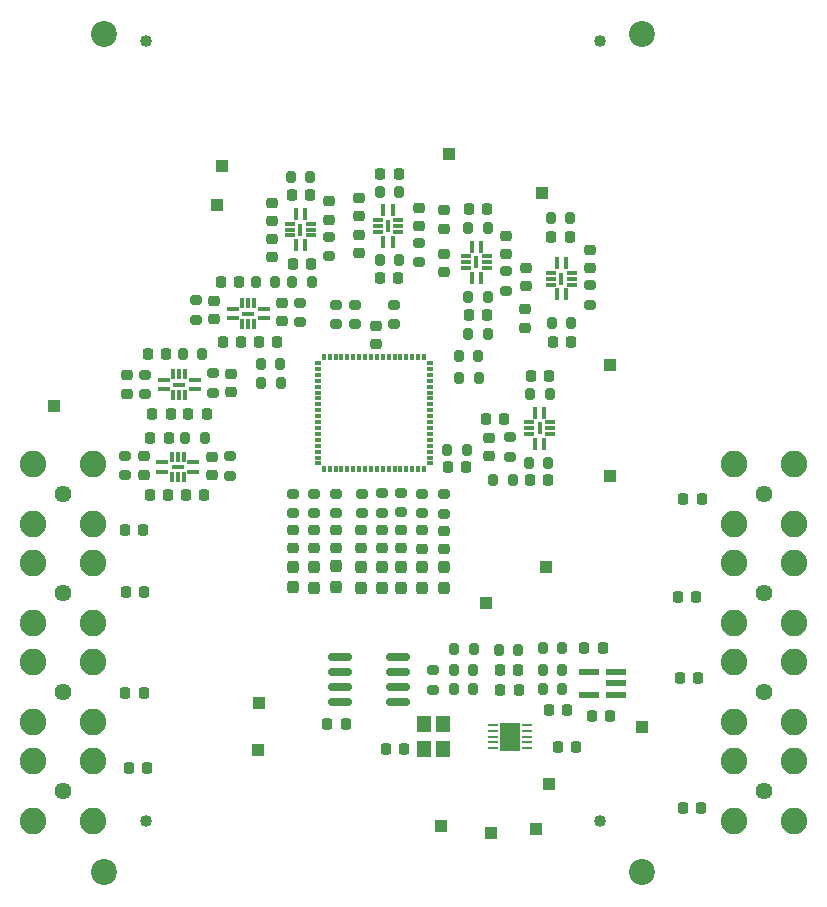
<source format=gts>
%TF.GenerationSoftware,KiCad,Pcbnew,8.0.5*%
%TF.CreationDate,2025-03-25T15:29:15-05:00*%
%TF.ProjectId,PSEC5_Board,50534543-355f-4426-9f61-72642e6b6963,rev?*%
%TF.SameCoordinates,Original*%
%TF.FileFunction,Soldermask,Top*%
%TF.FilePolarity,Negative*%
%FSLAX46Y46*%
G04 Gerber Fmt 4.6, Leading zero omitted, Abs format (unit mm)*
G04 Created by KiCad (PCBNEW 8.0.5) date 2025-03-25 15:29:15*
%MOMM*%
%LPD*%
G01*
G04 APERTURE LIST*
G04 Aperture macros list*
%AMRoundRect*
0 Rectangle with rounded corners*
0 $1 Rounding radius*
0 $2 $3 $4 $5 $6 $7 $8 $9 X,Y pos of 4 corners*
0 Add a 4 corners polygon primitive as box body*
4,1,4,$2,$3,$4,$5,$6,$7,$8,$9,$2,$3,0*
0 Add four circle primitives for the rounded corners*
1,1,$1+$1,$2,$3*
1,1,$1+$1,$4,$5*
1,1,$1+$1,$6,$7*
1,1,$1+$1,$8,$9*
0 Add four rect primitives between the rounded corners*
20,1,$1+$1,$2,$3,$4,$5,0*
20,1,$1+$1,$4,$5,$6,$7,0*
20,1,$1+$1,$6,$7,$8,$9,0*
20,1,$1+$1,$8,$9,$2,$3,0*%
G04 Aperture macros list end*
%ADD10RoundRect,0.225000X-0.250000X0.225000X-0.250000X-0.225000X0.250000X-0.225000X0.250000X0.225000X0*%
%ADD11RoundRect,0.225000X-0.225000X-0.250000X0.225000X-0.250000X0.225000X0.250000X-0.225000X0.250000X0*%
%ADD12R,1.000000X1.000000*%
%ADD13RoundRect,0.225000X0.225000X0.250000X-0.225000X0.250000X-0.225000X-0.250000X0.225000X-0.250000X0*%
%ADD14RoundRect,0.200000X-0.275000X0.200000X-0.275000X-0.200000X0.275000X-0.200000X0.275000X0.200000X0*%
%ADD15RoundRect,0.200000X-0.200000X-0.275000X0.200000X-0.275000X0.200000X0.275000X-0.200000X0.275000X0*%
%ADD16RoundRect,0.200000X0.275000X-0.200000X0.275000X0.200000X-0.275000X0.200000X-0.275000X-0.200000X0*%
%ADD17RoundRect,0.200000X0.200000X0.275000X-0.200000X0.275000X-0.200000X-0.275000X0.200000X-0.275000X0*%
%ADD18R,1.805236X0.612132*%
%ADD19R,0.300000X1.009300*%
%ADD20R,0.299974X1.004824*%
%ADD21R,0.914400X0.304800*%
%ADD22R,0.349758X0.999998*%
%ADD23C,1.440000*%
%ADD24C,2.250000*%
%ADD25RoundRect,0.237500X-0.237500X0.287500X-0.237500X-0.287500X0.237500X-0.287500X0.237500X0.287500X0*%
%ADD26R,1.009300X0.300000*%
%ADD27R,1.004824X0.299974*%
%ADD28R,0.304800X0.914400*%
%ADD29R,0.999998X0.349758*%
%ADD30C,2.200000*%
%ADD31RoundRect,0.225000X0.250000X-0.225000X0.250000X0.225000X-0.250000X0.225000X-0.250000X-0.225000X0*%
%ADD32RoundRect,0.102000X0.500000X0.600000X-0.500000X0.600000X-0.500000X-0.600000X0.500000X-0.600000X0*%
%ADD33R,0.500000X0.300000*%
%ADD34R,0.300000X0.500000*%
%ADD35RoundRect,0.150000X0.825000X0.150000X-0.825000X0.150000X-0.825000X-0.150000X0.825000X-0.150000X0*%
%ADD36R,0.812800X0.254000*%
%ADD37R,1.752600X2.489200*%
%ADD38C,1.020000*%
G04 APERTURE END LIST*
D10*
%TO.C,C85*%
X132964300Y-82225000D03*
X132964300Y-83775000D03*
%TD*%
D11*
%TO.C,C90*%
X127714300Y-85475000D03*
X129264300Y-85475000D03*
%TD*%
D12*
%TO.C,READCLK*%
X133350000Y-60925000D03*
%TD*%
D13*
%TO.C,C104*%
X166675000Y-104150000D03*
X165125000Y-104150000D03*
%TD*%
D14*
%TO.C,R55*%
X164950000Y-67675000D03*
X164950000Y-69325000D03*
%TD*%
D10*
%TO.C,C21*%
X150752071Y-88427071D03*
X150752071Y-89977071D03*
%TD*%
D15*
%TO.C,R34*%
X159800000Y-82700000D03*
X161450000Y-82700000D03*
%TD*%
D16*
%TO.C,R54*%
X147400000Y-86950000D03*
X147400000Y-85300000D03*
%TD*%
D17*
%TO.C,R38*%
X161550000Y-76900000D03*
X159900000Y-76900000D03*
%TD*%
D18*
%TO.C,U4*%
X167150000Y-102350001D03*
X167150000Y-101400000D03*
X167150000Y-100449999D03*
X164849034Y-100449999D03*
X164849034Y-102350001D03*
%TD*%
D17*
%TO.C,R36*%
X155550000Y-75550000D03*
X153900000Y-75550000D03*
%TD*%
D13*
%TO.C,C28*%
X127175000Y-102200000D03*
X125625000Y-102200000D03*
%TD*%
D17*
%TO.C,R26*%
X156325000Y-62810700D03*
X154675000Y-62810700D03*
%TD*%
D19*
%TO.C,IC2*%
X154975000Y-67039650D03*
D20*
X155774999Y-67041812D03*
D21*
X156251300Y-66224999D03*
X156251300Y-65725000D03*
X156251300Y-65225001D03*
D20*
X155774999Y-64408188D03*
X154975001Y-64408188D03*
D21*
X154498700Y-65225001D03*
X154498700Y-65725000D03*
X154498700Y-66224999D03*
D22*
X155350000Y-65725000D03*
%TD*%
D14*
%TO.C,R37*%
X145050000Y-69350000D03*
X145050000Y-71000000D03*
%TD*%
D23*
%TO.C,J8*%
X120375000Y-85375000D03*
D24*
X122915000Y-82835000D03*
X117835000Y-82835000D03*
X122915000Y-87915000D03*
X117835000Y-87915000D03*
%TD*%
D12*
%TO.C,TP3*%
X156125000Y-94600000D03*
%TD*%
D10*
%TO.C,C25*%
X147400000Y-88425000D03*
X147400000Y-89975000D03*
%TD*%
D23*
%TO.C,J11*%
X179700000Y-85375000D03*
D24*
X177160000Y-87915000D03*
X182240000Y-87915000D03*
X177160000Y-82835000D03*
X182240000Y-82835000D03*
%TD*%
D16*
%TO.C,R48*%
X133084444Y-76774999D03*
X133084444Y-75124999D03*
%TD*%
D10*
%TO.C,C3*%
X152625000Y-88475000D03*
X152625000Y-90025000D03*
%TD*%
D12*
%TO.C,ADC_SDO*%
X156550000Y-114100000D03*
%TD*%
D15*
%TO.C,R2*%
X152875000Y-81600000D03*
X154525000Y-81600000D03*
%TD*%
D11*
%TO.C,C70*%
X159950000Y-75400000D03*
X161500000Y-75400000D03*
%TD*%
D12*
%TO.C,PED1*%
X161275000Y-91550000D03*
%TD*%
D16*
%TO.C,R19*%
X148950000Y-86925000D03*
X148950000Y-85275000D03*
%TD*%
D12*
%TO.C,ADC_SDI*%
X161500000Y-109950000D03*
%TD*%
D16*
%TO.C,R60*%
X141625000Y-87000000D03*
X141625000Y-85350000D03*
%TD*%
D25*
%TO.C,L4*%
X147400000Y-91550000D03*
X147400000Y-93300000D03*
%TD*%
D17*
%TO.C,R40*%
X158450000Y-84200000D03*
X156800000Y-84200000D03*
%TD*%
%TO.C,R30*%
X148825000Y-59808188D03*
X147175000Y-59808188D03*
%TD*%
D16*
%TO.C,R44*%
X140458189Y-70801301D03*
X140458189Y-69151301D03*
%TD*%
D10*
%TO.C,C38*%
X164950000Y-64700000D03*
X164950000Y-66250000D03*
%TD*%
D26*
%TO.C,IC7*%
X131513394Y-76474999D03*
D27*
X131515556Y-75675000D03*
D28*
X130698743Y-75198699D03*
X130198744Y-75198699D03*
X129698745Y-75198699D03*
D27*
X128881932Y-75675000D03*
X128881932Y-76474998D03*
D28*
X129698745Y-76951299D03*
X130198744Y-76951299D03*
X130698743Y-76951299D03*
D29*
X130198744Y-76099999D03*
%TD*%
D10*
%TO.C,C29*%
X143425000Y-88400000D03*
X143425000Y-89950000D03*
%TD*%
D13*
%TO.C,C36*%
X163348699Y-72525000D03*
X161798699Y-72525000D03*
%TD*%
D11*
%TO.C,C22*%
X172575000Y-100950000D03*
X174125000Y-100950000D03*
%TD*%
D19*
%TO.C,IC4*%
X161100000Y-78485350D03*
D20*
X160300001Y-78483188D03*
D21*
X159823700Y-79300001D03*
X159823700Y-79800000D03*
X159823700Y-80299999D03*
D20*
X160300001Y-81116812D03*
X161099999Y-81116812D03*
D21*
X161576300Y-80299999D03*
X161576300Y-79800000D03*
X161576300Y-79300001D03*
D22*
X160725000Y-79800000D03*
%TD*%
D12*
%TO.C,THRESH1*%
X166700000Y-83825000D03*
%TD*%
D30*
%TO.C,H3*%
X123825000Y-117400000D03*
%TD*%
D25*
%TO.C,L8*%
X139825000Y-91525000D03*
X139825000Y-93275000D03*
%TD*%
D11*
%TO.C,C93*%
X147704400Y-106975000D03*
X149254400Y-106975000D03*
%TD*%
D13*
%TO.C,C79*%
X129059444Y-73549999D03*
X127509444Y-73549999D03*
%TD*%
%TO.C,C74*%
X138458189Y-72501301D03*
X136908189Y-72501301D03*
%TD*%
D12*
%TO.C,ADC_SDK*%
X160425000Y-113725000D03*
%TD*%
D13*
%TO.C,C32*%
X127150000Y-88425000D03*
X125600000Y-88425000D03*
%TD*%
D23*
%TO.C,J2*%
X179700000Y-93765000D03*
D24*
X177160000Y-96305000D03*
X182240000Y-96305000D03*
X177160000Y-91225000D03*
X182240000Y-91225000D03*
%TD*%
D15*
%TO.C,R23*%
X161748699Y-70850000D03*
X163398699Y-70850000D03*
%TD*%
D14*
%TO.C,R14*%
X142900001Y-63583188D03*
X142900001Y-65233188D03*
%TD*%
D23*
%TO.C,J6*%
X120350000Y-102140000D03*
D24*
X122890000Y-99600000D03*
X117810000Y-99600000D03*
X122890000Y-104680000D03*
X117810000Y-104680000D03*
%TD*%
D13*
%TO.C,C92*%
X158875000Y-100225000D03*
X157325000Y-100225000D03*
%TD*%
D15*
%TO.C,R77*%
X157225000Y-98550000D03*
X158875000Y-98550000D03*
%TD*%
D16*
%TO.C,R17*%
X150752071Y-86977071D03*
X150752071Y-85327071D03*
%TD*%
D31*
%TO.C,C61*%
X142900001Y-62133188D03*
X142900001Y-60583188D03*
%TD*%
D32*
%TO.C,Y1*%
X152554400Y-106925000D03*
X152554400Y-104825000D03*
X150904400Y-104825000D03*
X150904400Y-106925000D03*
%TD*%
D11*
%TO.C,C2*%
X172875000Y-85775000D03*
X174425000Y-85775000D03*
%TD*%
D17*
%TO.C,R22*%
X155505000Y-73675000D03*
X153855000Y-73675000D03*
%TD*%
D16*
%TO.C,R52*%
X134489300Y-83825000D03*
X134489300Y-82175000D03*
%TD*%
D14*
%TO.C,R18*%
X158225000Y-80575000D03*
X158225000Y-82225000D03*
%TD*%
D11*
%TO.C,C45*%
X154725000Y-61260700D03*
X156275000Y-61260700D03*
%TD*%
D10*
%TO.C,C37*%
X156425000Y-80625000D03*
X156425000Y-82175000D03*
%TD*%
%TO.C,C23*%
X148950000Y-88425000D03*
X148950000Y-89975000D03*
%TD*%
D15*
%TO.C,R1*%
X153475000Y-98500000D03*
X155125000Y-98500000D03*
%TD*%
D30*
%TO.C,H2*%
X169400000Y-46450000D03*
%TD*%
D12*
%TO.C,INTEGRATOR*%
X169350000Y-105125000D03*
%TD*%
D13*
%TO.C,C60*%
X141375001Y-65858188D03*
X139825001Y-65858188D03*
%TD*%
D10*
%TO.C,C39*%
X159498699Y-69725000D03*
X159498699Y-71275000D03*
%TD*%
D13*
%TO.C,C86*%
X129289300Y-80650000D03*
X127739300Y-80650000D03*
%TD*%
D14*
%TO.C,R59*%
X157875000Y-66485700D03*
X157875000Y-68135700D03*
%TD*%
D15*
%TO.C,R76*%
X160950000Y-100225000D03*
X162600000Y-100225000D03*
%TD*%
%TO.C,R51*%
X137125000Y-75925000D03*
X138775000Y-75925000D03*
%TD*%
D14*
%TO.C,R31*%
X148350000Y-69325000D03*
X148350000Y-70975000D03*
%TD*%
D15*
%TO.C,R32*%
X147150000Y-65558188D03*
X148800000Y-65558188D03*
%TD*%
D10*
%TO.C,C27*%
X145600000Y-88425000D03*
X145600000Y-89975000D03*
%TD*%
D13*
%TO.C,C68*%
X161400000Y-84200000D03*
X159850000Y-84200000D03*
%TD*%
D12*
%TO.C,CLK_OUT*%
X136900000Y-107025000D03*
%TD*%
D13*
%TO.C,C26*%
X127500000Y-108550000D03*
X125950000Y-108550000D03*
%TD*%
D25*
%TO.C,L1*%
X152650000Y-91550000D03*
X152650000Y-93300000D03*
%TD*%
D11*
%TO.C,C1*%
X157375000Y-101925000D03*
X158925000Y-101925000D03*
%TD*%
D14*
%TO.C,R43*%
X143500000Y-69350000D03*
X143500000Y-71000000D03*
%TD*%
D10*
%TO.C,C78*%
X134609444Y-75174999D03*
X134609444Y-76724999D03*
%TD*%
D11*
%TO.C,C35*%
X161698699Y-63600000D03*
X163248699Y-63600000D03*
%TD*%
%TO.C,C83*%
X127909444Y-78574999D03*
X129459444Y-78574999D03*
%TD*%
D31*
%TO.C,C66*%
X133133189Y-70576301D03*
X133133189Y-69026301D03*
%TD*%
D10*
%TO.C,C56*%
X145400000Y-63408188D03*
X145400000Y-64958188D03*
%TD*%
D15*
%TO.C,R73*%
X153450000Y-100275000D03*
X155100000Y-100275000D03*
%TD*%
D12*
%TO.C,TRIGGERIN*%
X119575000Y-77900000D03*
%TD*%
D25*
%TO.C,L3*%
X149000000Y-91550000D03*
X149000000Y-93300000D03*
%TD*%
D13*
%TO.C,C46*%
X156250000Y-70210700D03*
X154700000Y-70210700D03*
%TD*%
D31*
%TO.C,C62*%
X138050001Y-65333188D03*
X138050001Y-63783188D03*
%TD*%
D13*
%TO.C,C30*%
X127250000Y-93650000D03*
X125700000Y-93650000D03*
%TD*%
D25*
%TO.C,L6*%
X143425000Y-91500000D03*
X143425000Y-93250000D03*
%TD*%
D13*
%TO.C,C53*%
X148750000Y-67083188D03*
X147200000Y-67083188D03*
%TD*%
D25*
%TO.C,L2*%
X150752071Y-91552071D03*
X150752071Y-93302071D03*
%TD*%
D14*
%TO.C,R64*%
X150475000Y-64083188D03*
X150475000Y-65733188D03*
%TD*%
D15*
%TO.C,R78*%
X160950000Y-101875000D03*
X162600000Y-101875000D03*
%TD*%
D23*
%TO.C,J5*%
X120350000Y-110490000D03*
D24*
X122890000Y-113030000D03*
X122890000Y-107950000D03*
X117810000Y-113030000D03*
X117810000Y-107950000D03*
%TD*%
D19*
%TO.C,IC1*%
X162149999Y-68439650D03*
D20*
X162949998Y-68441812D03*
D21*
X163426299Y-67624999D03*
X163426299Y-67125000D03*
X163426299Y-66625001D03*
D20*
X162949998Y-65808188D03*
X162150000Y-65808188D03*
D21*
X161673699Y-66625001D03*
X161673699Y-67125000D03*
X161673699Y-67624999D03*
D22*
X162524999Y-67125000D03*
%TD*%
D13*
%TO.C,C81*%
X132514444Y-78579999D03*
X130964444Y-78579999D03*
%TD*%
D31*
%TO.C,C84*%
X127169300Y-83725000D03*
X127169300Y-82175000D03*
%TD*%
D16*
%TO.C,R58*%
X143425000Y-86975000D03*
X143425000Y-85325000D03*
%TD*%
D14*
%TO.C,R50*%
X125639300Y-82125000D03*
X125639300Y-83775000D03*
%TD*%
D19*
%TO.C,IC3*%
X147474999Y-63989650D03*
D20*
X148274998Y-63991812D03*
D21*
X148751299Y-63174999D03*
X148751299Y-62675000D03*
X148751299Y-62175001D03*
D20*
X148274998Y-61358188D03*
X147475000Y-61358188D03*
D21*
X146998699Y-62175001D03*
X146998699Y-62675000D03*
X146998699Y-63174999D03*
D22*
X147849999Y-62675000D03*
%TD*%
D11*
%TO.C,C8*%
X152925000Y-83100000D03*
X154475000Y-83100000D03*
%TD*%
D12*
%TO.C,PSEC5_CLK_OUT*%
X136925000Y-103025000D03*
%TD*%
D11*
%TO.C,C52*%
X147225000Y-58283188D03*
X148775000Y-58283188D03*
%TD*%
D26*
%TO.C,IC6*%
X137339651Y-70476300D03*
D27*
X137341813Y-69676301D03*
D28*
X136525000Y-69200000D03*
X136025001Y-69200000D03*
X135525002Y-69200000D03*
D27*
X134708189Y-69676301D03*
X134708189Y-70476299D03*
D28*
X135525002Y-70952600D03*
X136025001Y-70952600D03*
X136525000Y-70952600D03*
D29*
X136025001Y-70101300D03*
%TD*%
D17*
%TO.C,R74*%
X162625000Y-98375000D03*
X160975000Y-98375000D03*
%TD*%
D14*
%TO.C,R72*%
X151650000Y-100300000D03*
X151650000Y-101950000D03*
%TD*%
D15*
%TO.C,R39*%
X139775001Y-67383188D03*
X141425001Y-67383188D03*
%TD*%
D13*
%TO.C,C69*%
X135258189Y-67376301D03*
X133708189Y-67376301D03*
%TD*%
D10*
%TO.C,C31*%
X141625000Y-88425000D03*
X141625000Y-89975000D03*
%TD*%
D16*
%TO.C,R62*%
X139825000Y-87000000D03*
X139825000Y-85350000D03*
%TD*%
D23*
%TO.C,J4*%
X179695000Y-110490000D03*
D24*
X177155000Y-113030000D03*
X182235000Y-113030000D03*
X177155000Y-107950000D03*
X182235000Y-107950000D03*
%TD*%
D33*
%TO.C,U2*%
X141925000Y-82775000D03*
X141925000Y-82275000D03*
X141925000Y-81775000D03*
X141925000Y-81275000D03*
X141925000Y-80775000D03*
X141925000Y-80275000D03*
X141925000Y-79775000D03*
X141925000Y-79275000D03*
X141925000Y-78775000D03*
X141925000Y-78275000D03*
X141925000Y-77775000D03*
X141925000Y-77275000D03*
X141925000Y-76775000D03*
X141925000Y-76275000D03*
X141925000Y-75775000D03*
X141925000Y-75275000D03*
X141925000Y-74775000D03*
X141925000Y-74275000D03*
D34*
X142425000Y-73775000D03*
X142925000Y-73775000D03*
X143425000Y-73775000D03*
X143925000Y-73775000D03*
X144425000Y-73775000D03*
X144925000Y-73775000D03*
X145425000Y-73775000D03*
X145925000Y-73775000D03*
X146425000Y-73775000D03*
X146925000Y-73775000D03*
X147425000Y-73775000D03*
X147925000Y-73775000D03*
X148425000Y-73775000D03*
X148925000Y-73775000D03*
X149425000Y-73775000D03*
X149925000Y-73775000D03*
X150425000Y-73775000D03*
X150925000Y-73775000D03*
D33*
X151425000Y-74275000D03*
X151425000Y-74775000D03*
X151425000Y-75275000D03*
X151425000Y-75775000D03*
X151425000Y-76275000D03*
X151425000Y-76775000D03*
X151425000Y-77275000D03*
X151425000Y-77775000D03*
X151425000Y-78275000D03*
X151425000Y-78775000D03*
X151425000Y-79275000D03*
X151425000Y-79775000D03*
X151425000Y-80275000D03*
X151425000Y-80775000D03*
X151425000Y-81275000D03*
X151425000Y-81775000D03*
X151425000Y-82275000D03*
X151425000Y-82775000D03*
D34*
X150925000Y-83275000D03*
X150425000Y-83275000D03*
X149925000Y-83275000D03*
X149425000Y-83275000D03*
X148925000Y-83275000D03*
X148425000Y-83275000D03*
X147925000Y-83275000D03*
X147425000Y-83275000D03*
X146925000Y-83275000D03*
X146425000Y-83275000D03*
X145925000Y-83275000D03*
X145425000Y-83275000D03*
X144925000Y-83275000D03*
X144425000Y-83275000D03*
X143925000Y-83275000D03*
X143425000Y-83275000D03*
X142925000Y-83275000D03*
X142425000Y-83275000D03*
%TD*%
D11*
%TO.C,C103*%
X161500000Y-103675000D03*
X163050000Y-103675000D03*
%TD*%
D15*
%TO.C,R28*%
X154650000Y-68660700D03*
X156300000Y-68660700D03*
%TD*%
D16*
%TO.C,R15*%
X152625000Y-87025000D03*
X152625000Y-85375000D03*
%TD*%
D30*
%TO.C,H1*%
X123825000Y-46450000D03*
%TD*%
D10*
%TO.C,C67*%
X138933189Y-69201301D03*
X138933189Y-70751301D03*
%TD*%
%TO.C,C58*%
X145400000Y-60308188D03*
X145400000Y-61858188D03*
%TD*%
D30*
%TO.C,H4*%
X169400000Y-117400000D03*
%TD*%
D14*
%TO.C,R42*%
X131583189Y-68976301D03*
X131583189Y-70626301D03*
%TD*%
D12*
%TO.C,RST*%
X160925000Y-59850000D03*
%TD*%
D11*
%TO.C,C59*%
X139700001Y-60083188D03*
X141250001Y-60083188D03*
%TD*%
D15*
%TO.C,R68*%
X130484444Y-73549999D03*
X132134444Y-73549999D03*
%TD*%
D25*
%TO.C,L5*%
X145600000Y-91550000D03*
X145600000Y-93300000D03*
%TD*%
D15*
%TO.C,R47*%
X137075000Y-74350000D03*
X138725000Y-74350000D03*
%TD*%
D31*
%TO.C,C48*%
X152625000Y-66585700D03*
X152625000Y-65035700D03*
%TD*%
D11*
%TO.C,C94*%
X162254400Y-106775000D03*
X163804400Y-106775000D03*
%TD*%
%TO.C,C20*%
X172425000Y-94100000D03*
X173975000Y-94100000D03*
%TD*%
D12*
%TO.C,TRIGGEROUT*%
X133800000Y-57600000D03*
%TD*%
D23*
%TO.C,J7*%
X120360000Y-93765000D03*
D24*
X122900000Y-91225000D03*
X117820000Y-91225000D03*
X122900000Y-96305000D03*
X117820000Y-96305000D03*
%TD*%
D11*
%TO.C,C75*%
X133883189Y-72501301D03*
X135433189Y-72501301D03*
%TD*%
D15*
%TO.C,R70*%
X130714300Y-80650000D03*
X132364300Y-80650000D03*
%TD*%
D11*
%TO.C,C6*%
X164500000Y-98400000D03*
X166050000Y-98400000D03*
%TD*%
D10*
%TO.C,C65*%
X138050001Y-60733188D03*
X138050001Y-62283188D03*
%TD*%
D26*
%TO.C,IC8*%
X131378950Y-83475000D03*
D27*
X131381112Y-82675001D03*
D28*
X130564299Y-82198700D03*
X130064300Y-82198700D03*
X129564301Y-82198700D03*
D27*
X128747488Y-82675001D03*
X128747488Y-83474999D03*
D28*
X129564301Y-83951300D03*
X130064300Y-83951300D03*
X130564299Y-83951300D03*
D29*
X130064300Y-83100000D03*
%TD*%
D17*
%TO.C,R35*%
X141300001Y-58558188D03*
X139650001Y-58558188D03*
%TD*%
D16*
%TO.C,R56*%
X145625000Y-86975000D03*
X145625000Y-85325000D03*
%TD*%
D31*
%TO.C,C77*%
X125784444Y-76874999D03*
X125784444Y-75324999D03*
%TD*%
D12*
%TO.C,SPICLK*%
X166675000Y-74450000D03*
%TD*%
D14*
%TO.C,R46*%
X127309444Y-75274999D03*
X127309444Y-76924999D03*
%TD*%
D12*
%TO.C,ADC_CNV*%
X152325000Y-113475000D03*
%TD*%
D35*
%TO.C,IC9*%
X148725000Y-102965000D03*
X148725000Y-101695000D03*
X148725000Y-100425000D03*
X148725000Y-99155000D03*
X143775000Y-99155000D03*
X143775000Y-100425000D03*
X143775000Y-101695000D03*
X143775000Y-102965000D03*
%TD*%
D10*
%TO.C,C33*%
X139825000Y-88425000D03*
X139825000Y-89975000D03*
%TD*%
%TO.C,C47*%
X157875000Y-63510700D03*
X157875000Y-65060700D03*
%TD*%
D11*
%TO.C,C72*%
X156150000Y-79000000D03*
X157700000Y-79000000D03*
%TD*%
D31*
%TO.C,C7*%
X146825000Y-72650000D03*
X146825000Y-71100000D03*
%TD*%
D25*
%TO.C,L7*%
X141625000Y-91575000D03*
X141625000Y-93325000D03*
%TD*%
D11*
%TO.C,C122*%
X142725000Y-104875000D03*
X144275000Y-104875000D03*
%TD*%
D31*
%TO.C,C51*%
X152600000Y-62885700D03*
X152600000Y-61335700D03*
%TD*%
D10*
%TO.C,C54*%
X150475000Y-61108188D03*
X150475000Y-62658188D03*
%TD*%
D36*
%TO.C,U7*%
X159675000Y-106900000D03*
X159675000Y-106399998D03*
X159675000Y-105899999D03*
X159675000Y-105400000D03*
X159675000Y-104899998D03*
X156779400Y-104899998D03*
X156779400Y-105400000D03*
X156779400Y-105899999D03*
X156779400Y-106399998D03*
X156779400Y-106900000D03*
D37*
X158227200Y-105899999D03*
%TD*%
D17*
%TO.C,R66*%
X138333189Y-67376301D03*
X136683189Y-67376301D03*
%TD*%
D23*
%TO.C,J3*%
X179700000Y-102140000D03*
D24*
X177160000Y-104680000D03*
X182240000Y-104680000D03*
X177160000Y-99600000D03*
X182240000Y-99600000D03*
%TD*%
D31*
%TO.C,C41*%
X159548699Y-67750000D03*
X159548699Y-66200000D03*
%TD*%
D19*
%TO.C,IC5*%
X140075000Y-64289650D03*
D20*
X140874999Y-64291812D03*
D21*
X141351300Y-63474999D03*
X141351300Y-62975000D03*
X141351300Y-62475001D03*
D20*
X140874999Y-61658188D03*
X140075001Y-61658188D03*
D21*
X139598700Y-62475001D03*
X139598700Y-62975000D03*
X139598700Y-63474999D03*
D22*
X140450000Y-62975000D03*
%TD*%
D17*
%TO.C,R27*%
X156300001Y-71850001D03*
X154650001Y-71850001D03*
%TD*%
D12*
%TO.C,PICO*%
X153075000Y-56600000D03*
%TD*%
D11*
%TO.C,C24*%
X172825000Y-111975000D03*
X174375000Y-111975000D03*
%TD*%
D17*
%TO.C,R21*%
X163298699Y-62000000D03*
X161648699Y-62000000D03*
%TD*%
%TO.C,R75*%
X155100000Y-101875000D03*
X153450000Y-101875000D03*
%TD*%
D13*
%TO.C,C87*%
X132294300Y-85480000D03*
X130744300Y-85480000D03*
%TD*%
D38*
%TO.C,J1*%
X165823400Y-46972139D03*
X127343400Y-46972139D03*
%TD*%
%TO.C,J9*%
X165823400Y-113035000D03*
X127343400Y-113035000D03*
%TD*%
M02*

</source>
